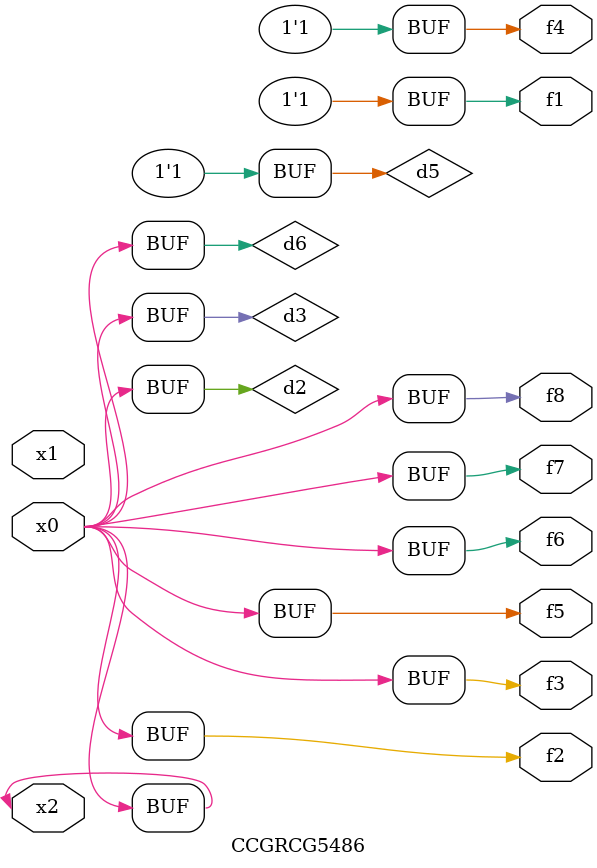
<source format=v>
module CCGRCG5486(
	input x0, x1, x2,
	output f1, f2, f3, f4, f5, f6, f7, f8
);

	wire d1, d2, d3, d4, d5, d6;

	xnor (d1, x2);
	buf (d2, x0, x2);
	and (d3, x0);
	xnor (d4, x1, x2);
	nand (d5, d1, d3);
	buf (d6, d2, d3);
	assign f1 = d5;
	assign f2 = d6;
	assign f3 = d6;
	assign f4 = d5;
	assign f5 = d6;
	assign f6 = d6;
	assign f7 = d6;
	assign f8 = d6;
endmodule

</source>
